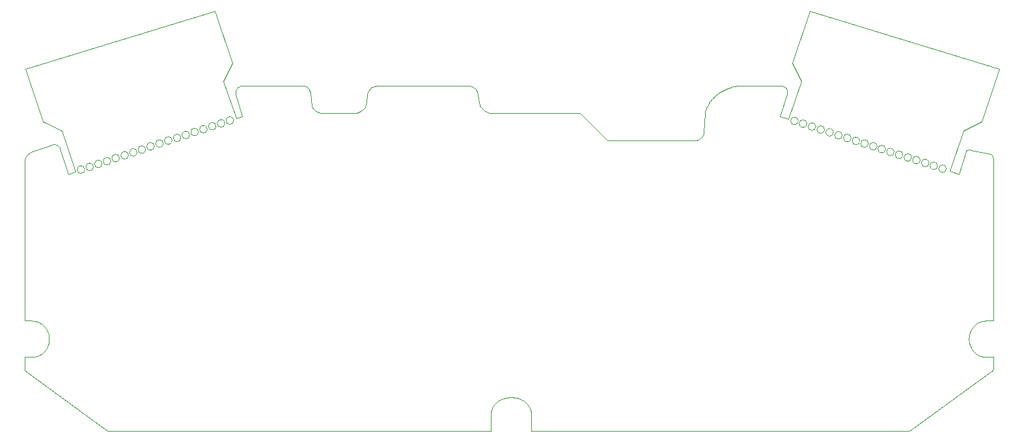
<source format=gm1>
G04 #@! TF.GenerationSoftware,KiCad,Pcbnew,(7.0.0-0)*
G04 #@! TF.CreationDate,2023-05-07T01:27:25-06:00*
G04 #@! TF.ProjectId,snes_controller_pcb,736e6573-5f63-46f6-9e74-726f6c6c6572,4a*
G04 #@! TF.SameCoordinates,Original*
G04 #@! TF.FileFunction,Profile,NP*
%FSLAX46Y46*%
G04 Gerber Fmt 4.6, Leading zero omitted, Abs format (unit mm)*
G04 Created by KiCad (PCBNEW (7.0.0-0)) date 2023-05-07 01:27:25*
%MOMM*%
%LPD*%
G01*
G04 APERTURE LIST*
G04 #@! TA.AperFunction,Profile*
%ADD10C,0.100000*%
G04 #@! TD*
G04 APERTURE END LIST*
D10*
X174400000Y-84800000D02*
G75*
G03*
X174400000Y-84800000I-500000J0D01*
G01*
X100970000Y-84750000D02*
G75*
G03*
X100970000Y-84750000I-500000J0D01*
G01*
X91820000Y-87760000D02*
G75*
G03*
X91820000Y-87760000I-500000J0D01*
G01*
X82740000Y-90790000D02*
G75*
G03*
X82740000Y-90790000I-500000J0D01*
G01*
X88410000Y-88910000D02*
G75*
G03*
X88410000Y-88910000I-500000J0D01*
G01*
X81610000Y-91140000D02*
G75*
G03*
X81610000Y-91140000I-500000J0D01*
G01*
X95240000Y-86640000D02*
G75*
G03*
X95240000Y-86640000I-500000J0D01*
G01*
X94110000Y-87020000D02*
G75*
G03*
X94110000Y-87020000I-500000J0D01*
G01*
X183510000Y-87760000D02*
G75*
G03*
X183510000Y-87760000I-500000J0D01*
G01*
X178980000Y-86290000D02*
G75*
G03*
X178980000Y-86290000I-500000J0D01*
G01*
X188010000Y-89220000D02*
G75*
G03*
X188010000Y-89220000I-500000J0D01*
G01*
X184650000Y-88120000D02*
G75*
G03*
X184650000Y-88120000I-500000J0D01*
G01*
X97530000Y-85890000D02*
G75*
G03*
X97530000Y-85890000I-500000J0D01*
G01*
X190260000Y-89920000D02*
G75*
G03*
X190260000Y-89920000I-500000J0D01*
G01*
X92960000Y-87370000D02*
G75*
G03*
X92960000Y-87370000I-500000J0D01*
G01*
X191420000Y-90290000D02*
G75*
G03*
X191420000Y-90290000I-500000J0D01*
G01*
X192520000Y-90660000D02*
G75*
G03*
X192520000Y-90660000I-500000J0D01*
G01*
X182400000Y-87410000D02*
G75*
G03*
X182400000Y-87410000I-500000J0D01*
G01*
X181270000Y-87040000D02*
G75*
G03*
X181270000Y-87040000I-500000J0D01*
G01*
X177820000Y-85940000D02*
G75*
G03*
X177820000Y-85940000I-500000J0D01*
G01*
X98690000Y-85500000D02*
G75*
G03*
X98690000Y-85500000I-500000J0D01*
G01*
X90660000Y-88130000D02*
G75*
G03*
X90660000Y-88130000I-500000J0D01*
G01*
X193660000Y-91030000D02*
G75*
G03*
X193660000Y-91030000I-500000J0D01*
G01*
X84990000Y-90060000D02*
G75*
G03*
X84990000Y-90060000I-500000J0D01*
G01*
X99830000Y-85130000D02*
G75*
G03*
X99830000Y-85130000I-500000J0D01*
G01*
X175520000Y-85170000D02*
G75*
G03*
X175520000Y-85170000I-500000J0D01*
G01*
X89530000Y-88540000D02*
G75*
G03*
X89530000Y-88540000I-500000J0D01*
G01*
X185760000Y-88480000D02*
G75*
G03*
X185760000Y-88480000I-500000J0D01*
G01*
X186880000Y-88840000D02*
G75*
G03*
X186880000Y-88840000I-500000J0D01*
G01*
X180130000Y-86680000D02*
G75*
G03*
X180130000Y-86680000I-500000J0D01*
G01*
X189140000Y-89570000D02*
G75*
G03*
X189140000Y-89570000I-500000J0D01*
G01*
X96380000Y-86260000D02*
G75*
G03*
X96380000Y-86260000I-500000J0D01*
G01*
X83860000Y-90410000D02*
G75*
G03*
X83860000Y-90410000I-500000J0D01*
G01*
X87290000Y-89280000D02*
G75*
G03*
X87290000Y-89280000I-500000J0D01*
G01*
X176680000Y-85540000D02*
G75*
G03*
X176680000Y-85540000I-500000J0D01*
G01*
X86120000Y-89660000D02*
G75*
G03*
X86120000Y-89660000I-500000J0D01*
G01*
X73800401Y-89982160D02*
X73800457Y-90085268D01*
X73800457Y-90085268D02*
X73800457Y-110841011D01*
X73800457Y-110841011D02*
X74713067Y-110841011D01*
X73800457Y-115572548D02*
X73800457Y-117287575D01*
X73800457Y-117287575D02*
X84568254Y-125211307D01*
X73808346Y-89882888D02*
X73800401Y-89982160D01*
X73824002Y-89787533D02*
X73808346Y-89882888D01*
X73847081Y-89696066D02*
X73824002Y-89787533D01*
X73877297Y-89608516D02*
X73847081Y-89696066D01*
X73881000Y-78070000D02*
X76181000Y-84870000D01*
X73914360Y-89524934D02*
X73877297Y-89608516D01*
X73957981Y-89445374D02*
X73914360Y-89524934D01*
X74007879Y-89369809D02*
X73957981Y-89445374D01*
X74063759Y-89298266D02*
X74007879Y-89369809D01*
X74125338Y-89230824D02*
X74063759Y-89298266D01*
X74192325Y-89167482D02*
X74125338Y-89230824D01*
X74264435Y-89108269D02*
X74192325Y-89167482D01*
X74341378Y-89053209D02*
X74264435Y-89108269D01*
X74422870Y-89002330D02*
X74341378Y-89053209D01*
X74508618Y-88955657D02*
X74422870Y-89002330D01*
X74598344Y-88913245D02*
X74508618Y-88955657D01*
X74713067Y-110841011D02*
X74828822Y-110844186D01*
X74713067Y-115572548D02*
X73800457Y-115572548D01*
X74828822Y-110844186D02*
X74943069Y-110853181D01*
X74828822Y-115569373D02*
X74713067Y-115572548D01*
X74943069Y-110853181D02*
X75055649Y-110868263D01*
X74943069Y-115560378D02*
X74828822Y-115569373D01*
X75055649Y-110868263D02*
X75166430Y-110889165D01*
X75055649Y-115545296D02*
X74943069Y-115560378D01*
X75166430Y-110889165D02*
X75275253Y-110915623D01*
X75166430Y-115524394D02*
X75055649Y-115545296D01*
X75275253Y-110915623D02*
X75382012Y-110947373D01*
X75275253Y-115498201D02*
X75166430Y-115524394D01*
X75382012Y-110947373D02*
X75486522Y-110984679D01*
X75382012Y-115466186D02*
X75275253Y-115498201D01*
X75486522Y-110984679D02*
X75588678Y-111027012D01*
X75486522Y-115428880D02*
X75382012Y-115466186D01*
X75588678Y-111027012D02*
X75688320Y-111074373D01*
X75588678Y-115386546D02*
X75486522Y-115428880D01*
X75688320Y-111074373D02*
X75785316Y-111126496D01*
X75688320Y-115339186D02*
X75588678Y-115386546D01*
X75785316Y-111126496D02*
X75879534Y-111183646D01*
X75785316Y-115287063D02*
X75688320Y-115339186D01*
X75879534Y-111183646D02*
X75970789Y-111245029D01*
X75879534Y-115230178D02*
X75785316Y-115287063D01*
X75970789Y-111245029D02*
X76058974Y-111311175D01*
X75970789Y-115168530D02*
X75879534Y-115230178D01*
X76058974Y-111311175D02*
X76143958Y-111381289D01*
X76058974Y-115102649D02*
X75970789Y-115168530D01*
X76143958Y-111381289D02*
X76225582Y-111455637D01*
X76143958Y-115032270D02*
X76058974Y-115102649D01*
X76181000Y-84870000D02*
X78581000Y-86070000D01*
X76225582Y-111455637D02*
X76303713Y-111533953D01*
X76225582Y-114957922D02*
X76143958Y-115032270D01*
X76303713Y-111533953D02*
X76378194Y-111616239D01*
X76303713Y-114879605D02*
X76225582Y-114957922D01*
X76378194Y-111616239D02*
X76448890Y-111701964D01*
X76378194Y-114797585D02*
X76303713Y-114879605D01*
X76448890Y-111701964D02*
X76515671Y-111791393D01*
X76448890Y-114711595D02*
X76378194Y-114797585D01*
X76515671Y-111791393D02*
X76578377Y-111884261D01*
X76515671Y-114622166D02*
X76448890Y-114711595D01*
X76578377Y-111884261D02*
X76636876Y-111980040D01*
X76578377Y-114529562D02*
X76515671Y-114622166D01*
X76636876Y-111980040D02*
X76691036Y-112079259D01*
X76636876Y-114433519D02*
X76578377Y-114529562D01*
X76691036Y-112079259D02*
X76740725Y-112181123D01*
X76691036Y-114334564D02*
X76636876Y-114433519D01*
X76740725Y-112181123D02*
X76785757Y-112285898D01*
X76740725Y-114232435D02*
X76691036Y-114334564D01*
X76785757Y-112285898D02*
X76826053Y-112393319D01*
X76785757Y-114127661D02*
X76740725Y-114232435D01*
X76826053Y-112393319D02*
X76861401Y-112503386D01*
X76826053Y-114020240D02*
X76785757Y-114127661D01*
X76861401Y-112503386D02*
X76891723Y-112615569D01*
X76861401Y-113910173D02*
X76826053Y-114020240D01*
X76891723Y-112615569D02*
X76916832Y-112730133D01*
X76891723Y-113797990D02*
X76861401Y-113910173D01*
X76916832Y-112730133D02*
X76936622Y-112846550D01*
X76916832Y-113683690D02*
X76891723Y-113797990D01*
X76936622Y-112846550D02*
X76950910Y-112964818D01*
X76936622Y-113567009D02*
X76916832Y-113683690D01*
X76950910Y-112964818D02*
X76959615Y-113085204D01*
X76950910Y-113448741D02*
X76936622Y-113567009D01*
X76959615Y-113085204D02*
X76962525Y-113206912D01*
X76959615Y-113328620D02*
X76950910Y-113448741D01*
X76962525Y-113206912D02*
X76959615Y-113328620D01*
X77380593Y-87911242D02*
X74598344Y-88913245D01*
X77469069Y-87892880D02*
X77380593Y-87911242D01*
X77585909Y-87878513D02*
X77469069Y-87892880D01*
X77652134Y-87875788D02*
X77585909Y-87878513D01*
X77722064Y-87877640D02*
X77652134Y-87875788D01*
X77794533Y-87885234D02*
X77722064Y-87877640D01*
X77868431Y-87899759D02*
X77794533Y-87885234D01*
X77942593Y-87922408D02*
X77868431Y-87899759D01*
X78015909Y-87954369D02*
X77942593Y-87922408D01*
X78087241Y-87996808D02*
X78015909Y-87954369D01*
X78155450Y-88050916D02*
X78087241Y-87996808D01*
X78219400Y-88117882D02*
X78155450Y-88050916D01*
X78277952Y-88198923D02*
X78219400Y-88117882D01*
X78329969Y-88295179D02*
X78277952Y-88198923D01*
X78374340Y-88407838D02*
X78329969Y-88295179D01*
X78581000Y-86070000D02*
X80386000Y-91400000D01*
X79446000Y-91710000D02*
X78374340Y-88407838D01*
X80386000Y-91400000D02*
X79446000Y-91710000D01*
X84568254Y-125211307D02*
X134413205Y-125210778D01*
X98531000Y-70470000D02*
X73881000Y-78070000D01*
X98531000Y-70470000D02*
X100831000Y-77270000D01*
X99631000Y-79670000D02*
X100831000Y-77270000D01*
X99631000Y-79670000D02*
X101296000Y-84480000D01*
X101205657Y-81156147D02*
X101214917Y-81260869D01*
X101206186Y-81052193D02*
X101205657Y-81156147D01*
X101214917Y-81260869D02*
X101234496Y-81365380D01*
X101217563Y-80949958D02*
X101206186Y-81052193D01*
X101234496Y-81365380D02*
X102066000Y-84230000D01*
X101239523Y-80850448D02*
X101217563Y-80949958D01*
X101272861Y-80754616D02*
X101239523Y-80850448D01*
X101317311Y-80663414D02*
X101272861Y-80754616D01*
X101373932Y-80577795D02*
X101317311Y-80663414D01*
X101442459Y-80498749D02*
X101373932Y-80577795D01*
X101523156Y-80427234D02*
X101442459Y-80498749D01*
X101616819Y-80364221D02*
X101523156Y-80427234D01*
X101723446Y-80310670D02*
X101616819Y-80364221D01*
X101843302Y-80267551D02*
X101723446Y-80310670D01*
X101976652Y-80235824D02*
X101843302Y-80267551D01*
X102066000Y-84230000D02*
X101296000Y-84480000D01*
X102124289Y-80216460D02*
X101976652Y-80235824D01*
X102285949Y-80210422D02*
X102124289Y-80216460D01*
X102285949Y-80210422D02*
X102285949Y-80210422D01*
X109917052Y-80210422D02*
X102285949Y-80210422D01*
X110008862Y-80219939D02*
X109917052Y-80210422D01*
X110098556Y-80234443D02*
X110008862Y-80219939D01*
X110185604Y-80254493D02*
X110098556Y-80234443D01*
X110269741Y-80280640D02*
X110185604Y-80254493D01*
X110350704Y-80313435D02*
X110269741Y-80280640D01*
X110428756Y-80353434D02*
X110350704Y-80313435D01*
X110502839Y-80401191D02*
X110428756Y-80353434D01*
X110573218Y-80457257D02*
X110502839Y-80401191D01*
X110639628Y-80522180D02*
X110573218Y-80457257D01*
X110701541Y-80596528D02*
X110639628Y-80522180D01*
X110758955Y-80680850D02*
X110701541Y-80596528D01*
X110811343Y-80775677D02*
X110758955Y-80680850D01*
X110858703Y-80881590D02*
X110811343Y-80775677D01*
X110900772Y-80999144D02*
X110858703Y-80881590D01*
X110937020Y-81128869D02*
X110900772Y-80999144D01*
X110967711Y-81271347D02*
X110937020Y-81128869D01*
X111118524Y-82846436D02*
X110967711Y-81271347D01*
X111151067Y-82922424D02*
X111118524Y-82846436D01*
X111189167Y-82999391D02*
X111151067Y-82922424D01*
X111233088Y-83076649D02*
X111189167Y-82999391D01*
X111282830Y-83153405D02*
X111233088Y-83076649D01*
X111338657Y-83228943D02*
X111282830Y-83153405D01*
X111400834Y-83302524D02*
X111338657Y-83228943D01*
X111469625Y-83373432D02*
X111400834Y-83302524D01*
X111544767Y-83440901D02*
X111469625Y-83373432D01*
X111626787Y-83504189D02*
X111544767Y-83440901D01*
X111715952Y-83562556D02*
X111626787Y-83504189D01*
X111811996Y-83615288D02*
X111715952Y-83562556D01*
X111915183Y-83661642D02*
X111811996Y-83615288D01*
X112025779Y-83700854D02*
X111915183Y-83661642D01*
X112144312Y-83732207D02*
X112025779Y-83700854D01*
X112270253Y-83754934D02*
X112144312Y-83732207D01*
X112404132Y-83768349D02*
X112270253Y-83754934D01*
X117007083Y-83772979D02*
X112404132Y-83768349D01*
X117178003Y-83696991D02*
X117007083Y-83772979D01*
X117346278Y-83616875D02*
X117178003Y-83696991D01*
X117508732Y-83527949D02*
X117346278Y-83616875D01*
X117586784Y-83478736D02*
X117508732Y-83527949D01*
X117662190Y-83425529D02*
X117586784Y-83478736D01*
X117734421Y-83367797D02*
X117662190Y-83425529D01*
X117803478Y-83304932D02*
X117734421Y-83367797D01*
X117868830Y-83236325D02*
X117803478Y-83304932D01*
X117929684Y-83161422D02*
X117868830Y-83236325D01*
X117986304Y-83079613D02*
X117929684Y-83161422D01*
X118037634Y-82990343D02*
X117986304Y-83079613D01*
X118083936Y-82893002D02*
X118037634Y-82990343D01*
X118124417Y-82787010D02*
X118083936Y-82893002D01*
X118289252Y-81550905D02*
X118124417Y-82787010D01*
X118311212Y-81438828D02*
X118289252Y-81550905D01*
X118336348Y-81333312D02*
X118311212Y-81438828D01*
X118364658Y-81234226D02*
X118336348Y-81333312D01*
X118395879Y-81141304D02*
X118364658Y-81234226D01*
X118429746Y-81054362D02*
X118395879Y-81141304D01*
X118466523Y-80973188D02*
X118429746Y-81054362D01*
X118505681Y-80897597D02*
X118466523Y-80973188D01*
X118547750Y-80827350D02*
X118505681Y-80897597D01*
X118591935Y-80762236D02*
X118547750Y-80827350D01*
X118638766Y-80702096D02*
X118591935Y-80762236D01*
X118687449Y-80646666D02*
X118638766Y-80702096D01*
X118738514Y-80595787D02*
X118687449Y-80646666D01*
X118791695Y-80549220D02*
X118738514Y-80595787D01*
X118846728Y-80506765D02*
X118791695Y-80549220D01*
X118903614Y-80468221D02*
X118846728Y-80506765D01*
X118962351Y-80433378D02*
X118903614Y-80468221D01*
X119084588Y-80373969D02*
X118962351Y-80433378D01*
X119212382Y-80326883D02*
X119084588Y-80373969D01*
X119345467Y-80290463D02*
X119212382Y-80326883D01*
X119482786Y-80263055D02*
X119345467Y-80290463D01*
X119623544Y-80243003D02*
X119482786Y-80263055D01*
X119767213Y-80228652D02*
X119623544Y-80243003D01*
X120059048Y-80210424D02*
X119767213Y-80228652D01*
X131478450Y-80210424D02*
X120059048Y-80210424D01*
X131590898Y-80214576D02*
X131478450Y-80210424D01*
X131699112Y-80228675D02*
X131590898Y-80214576D01*
X131803358Y-80251898D02*
X131699112Y-80228675D01*
X131902841Y-80283423D02*
X131803358Y-80251898D01*
X131997826Y-80322430D02*
X131902841Y-80283423D01*
X132087785Y-80368097D02*
X131997826Y-80322430D01*
X132172451Y-80419604D02*
X132087785Y-80368097D01*
X132251561Y-80476127D02*
X132172451Y-80419604D01*
X132324851Y-80536838D02*
X132251561Y-80476127D01*
X132392055Y-80600946D02*
X132324851Y-80536838D01*
X132453174Y-80667595D02*
X132392055Y-80600946D01*
X132507678Y-80735963D02*
X132453174Y-80667595D01*
X132555038Y-80805257D02*
X132507678Y-80735963D01*
X132595519Y-80874631D02*
X132555038Y-80805257D01*
X132628592Y-80943290D02*
X132595519Y-80874631D01*
X132654257Y-81010362D02*
X132628592Y-80943290D01*
X132959056Y-82749281D02*
X132654257Y-81010362D01*
X133086056Y-82928906D02*
X132959056Y-82749281D01*
X133219406Y-83094826D02*
X133086056Y-82928906D01*
X133359106Y-83246141D02*
X133219406Y-83094826D01*
X133431602Y-83316018D02*
X133359106Y-83246141D01*
X133505949Y-83381899D02*
X133431602Y-83316018D01*
X133582149Y-83443653D02*
X133505949Y-83381899D01*
X133659937Y-83501173D02*
X133582149Y-83443653D01*
X133740105Y-83554328D02*
X133659937Y-83501173D01*
X133821862Y-83603011D02*
X133740105Y-83554328D01*
X133905999Y-83647117D02*
X133821862Y-83603011D01*
X133991988Y-83686540D02*
X133905999Y-83647117D01*
X134080359Y-83721121D02*
X133991988Y-83686540D01*
X134170847Y-83750781D02*
X134080359Y-83721121D01*
X134413205Y-123057337D02*
X134416644Y-122941714D01*
X134413205Y-125210778D02*
X134413205Y-123057337D01*
X134416644Y-122941714D02*
X134426698Y-122827414D01*
X134426698Y-122827414D02*
X134443367Y-122714702D01*
X134443367Y-122714702D02*
X134466650Y-122604106D01*
X134466650Y-122604106D02*
X134496019Y-122495098D01*
X134496019Y-122495098D02*
X134531209Y-122388471D01*
X134531209Y-122388471D02*
X134572484Y-122283961D01*
X134572484Y-122283961D02*
X134619579Y-122181832D01*
X134619579Y-122181832D02*
X134672231Y-122082084D01*
X134672231Y-122082084D02*
X134730175Y-121984982D01*
X134730175Y-121984982D02*
X134793410Y-121890790D01*
X134793410Y-121890790D02*
X134861673Y-121799509D01*
X134861673Y-121799509D02*
X134934962Y-121711403D01*
X134934962Y-121711403D02*
X135013014Y-121626472D01*
X135013014Y-121626472D02*
X135095564Y-121544716D01*
X135095564Y-121544716D02*
X135182347Y-121466664D01*
X135182347Y-121466664D02*
X135273629Y-121392316D01*
X135273629Y-121392316D02*
X135368878Y-121321408D01*
X135368878Y-121321408D02*
X135468097Y-121254733D01*
X135468097Y-121254733D02*
X135571020Y-121192027D01*
X135571020Y-121192027D02*
X135677647Y-121133554D01*
X135677647Y-121133554D02*
X135787713Y-121079314D01*
X135787713Y-121079314D02*
X135900955Y-121029573D01*
X135900955Y-121029573D02*
X136017107Y-120984594D01*
X136017107Y-120984594D02*
X136136434Y-120944377D01*
X136136434Y-120944377D02*
X136258406Y-120908923D01*
X136258406Y-120908923D02*
X136383025Y-120878760D01*
X136383025Y-120878760D02*
X136510289Y-120853625D01*
X136510289Y-120853625D02*
X136639406Y-120833781D01*
X136639406Y-120833781D02*
X136770904Y-120819494D01*
X136770904Y-120819494D02*
X136904254Y-120810763D01*
X136904254Y-120810763D02*
X137039455Y-120807852D01*
X137039455Y-120807852D02*
X137174657Y-120810763D01*
X137174657Y-120810763D02*
X137308007Y-120819494D01*
X137308007Y-120819494D02*
X137439240Y-120833781D01*
X137439240Y-120833781D02*
X137568621Y-120853625D01*
X137568621Y-120853625D02*
X137695621Y-120878760D01*
X137695621Y-120878760D02*
X137820240Y-120908923D01*
X137820240Y-120908923D02*
X137942213Y-120944377D01*
X137942213Y-120944377D02*
X138061540Y-120984594D01*
X138061540Y-120984594D02*
X138177956Y-121029573D01*
X138177956Y-121029573D02*
X138290933Y-121079314D01*
X138290933Y-121079314D02*
X138401000Y-121133554D01*
X138401000Y-121133554D02*
X138507627Y-121192027D01*
X138507627Y-121192027D02*
X138610549Y-121254733D01*
X138610549Y-121254733D02*
X138709768Y-121321408D01*
X138709768Y-121321408D02*
X138805018Y-121392316D01*
X138805018Y-121392316D02*
X138896034Y-121466664D01*
X138896034Y-121466664D02*
X138983082Y-121544716D01*
X138983082Y-121544716D02*
X139065632Y-121626472D01*
X139065632Y-121626472D02*
X139143419Y-121711403D01*
X139143419Y-121711403D02*
X139216709Y-121799509D01*
X139216709Y-121799509D02*
X139284971Y-121890790D01*
X139284971Y-121890790D02*
X139348207Y-121984982D01*
X139348207Y-121984982D02*
X139406150Y-122082084D01*
X139406150Y-122082084D02*
X139458802Y-122181832D01*
X139458802Y-122181832D02*
X139505898Y-122283961D01*
X139505898Y-122283961D02*
X139547173Y-122388471D01*
X139547173Y-122388471D02*
X139582363Y-122495098D01*
X139582363Y-122495098D02*
X139611731Y-122604106D01*
X139611731Y-122604106D02*
X139634750Y-122714702D01*
X139634750Y-122714702D02*
X139651419Y-122827414D01*
X139651419Y-122827414D02*
X139661738Y-122941714D01*
X139661738Y-122941714D02*
X139665177Y-123057337D01*
X139665177Y-123057337D02*
X139665177Y-125210778D01*
X139665177Y-125210778D02*
X188896665Y-125210249D01*
X146048242Y-83778668D02*
X134170847Y-83750781D01*
X149612704Y-87314370D02*
X146048242Y-83778668D01*
X161212023Y-87309713D02*
X149612704Y-87314370D01*
X161336377Y-87272777D02*
X161212023Y-87309713D01*
X161447237Y-87231052D02*
X161336377Y-87272777D01*
X161545397Y-87184856D02*
X161447237Y-87231052D01*
X161631916Y-87134585D02*
X161545397Y-87184856D01*
X161707851Y-87080505D02*
X161631916Y-87134585D01*
X161773997Y-87022958D02*
X161707851Y-87080505D01*
X161831147Y-86962315D02*
X161773997Y-87022958D01*
X161880624Y-86898868D02*
X161831147Y-86962315D01*
X161922957Y-86832961D02*
X161880624Y-86898868D01*
X161959205Y-86764910D02*
X161922957Y-86832961D01*
X161990426Y-86695087D02*
X161959205Y-86764910D01*
X162017678Y-86623781D02*
X161990426Y-86695087D01*
X162062922Y-86478076D02*
X162017678Y-86623781D01*
X162102874Y-86330465D02*
X162062922Y-86478076D01*
X162232255Y-83820525D02*
X162102874Y-86330465D01*
X162299459Y-83587692D02*
X162232255Y-83820525D01*
X162376453Y-83363722D02*
X162299459Y-83587692D01*
X162462707Y-83148510D02*
X162376453Y-83363722D01*
X162557957Y-82941977D02*
X162462707Y-83148510D01*
X162661673Y-82743989D02*
X162557957Y-82941977D01*
X162773063Y-82554416D02*
X162661673Y-82743989D01*
X162891860Y-82373176D02*
X162773063Y-82554416D01*
X163017537Y-82200112D02*
X162891860Y-82373176D01*
X163149564Y-82035145D02*
X163017537Y-82200112D01*
X163287412Y-81878141D02*
X163149564Y-82035145D01*
X163430551Y-81729022D02*
X163287412Y-81878141D01*
X163578189Y-81587629D02*
X163430551Y-81729022D01*
X163730588Y-81453856D02*
X163578189Y-81587629D01*
X163886428Y-81327597D02*
X163730588Y-81453856D01*
X164045707Y-81208773D02*
X163886428Y-81327597D01*
X164207632Y-81097198D02*
X164045707Y-81208773D01*
X164371938Y-80992820D02*
X164207632Y-81097198D01*
X164538096Y-80895507D02*
X164371938Y-80992820D01*
X164705312Y-80805125D02*
X164538096Y-80895507D01*
X164873322Y-80721570D02*
X164705312Y-80805125D01*
X165041597Y-80644761D02*
X164873322Y-80721570D01*
X165209607Y-80574541D02*
X165041597Y-80644761D01*
X165376824Y-80510795D02*
X165209607Y-80574541D01*
X165542717Y-80453439D02*
X165376824Y-80510795D01*
X165707023Y-80402342D02*
X165542717Y-80453439D01*
X165868684Y-80357395D02*
X165707023Y-80402342D01*
X166027698Y-80318480D02*
X165868684Y-80357395D01*
X166183537Y-80285484D02*
X166027698Y-80318480D01*
X166335408Y-80258295D02*
X166183537Y-80285484D01*
X166483045Y-80236798D02*
X166335408Y-80258295D01*
X166625656Y-80220878D02*
X166483045Y-80236798D01*
X166763239Y-80210422D02*
X166625656Y-80220878D01*
X171986000Y-84210249D02*
X172963212Y-81327147D01*
X172041405Y-80210422D02*
X166763239Y-80210422D01*
X172167876Y-80234147D02*
X172041405Y-80210422D01*
X172322921Y-80271657D02*
X172167876Y-80234147D01*
X172406265Y-80298599D02*
X172322921Y-80271657D01*
X172490932Y-80332609D02*
X172406265Y-80298599D01*
X172574804Y-80374897D02*
X172490932Y-80332609D01*
X172655767Y-80426668D02*
X172574804Y-80374897D01*
X172731967Y-80489128D02*
X172655767Y-80426668D01*
X172801287Y-80563481D02*
X172731967Y-80489128D01*
X172832773Y-80605497D02*
X172801287Y-80563481D01*
X172861877Y-80650953D02*
X172832773Y-80605497D01*
X172888335Y-80699980D02*
X172861877Y-80650953D01*
X172911619Y-80752738D02*
X172888335Y-80699980D01*
X172931991Y-80809385D02*
X172911619Y-80752738D01*
X172948925Y-80870027D02*
X172931991Y-80809385D01*
X172961889Y-80934877D02*
X172948925Y-80870027D01*
X172963212Y-81327147D02*
X172972473Y-81239121D01*
X172971150Y-81004065D02*
X172961889Y-80934877D01*
X172972473Y-81239121D02*
X172976441Y-81156041D01*
X172975912Y-81077725D02*
X172971150Y-81004065D01*
X172976441Y-81156041D02*
X172975912Y-81077725D01*
X173136000Y-84580000D02*
X171986000Y-84210249D01*
X174806000Y-79670000D02*
X173136000Y-84580000D01*
X174806000Y-79670000D02*
X173606000Y-77270000D01*
X175906000Y-70470000D02*
X173606000Y-77270000D01*
X175906000Y-70470000D02*
X200556000Y-78070000D01*
X188896665Y-125210249D02*
X199800395Y-117193648D01*
X195276000Y-91710249D02*
X194066000Y-91320000D01*
X195856000Y-86070000D02*
X194066000Y-91320000D01*
X196187250Y-88786642D02*
X195276000Y-91710249D01*
X196216618Y-88744652D02*
X196187250Y-88786642D01*
X196247575Y-88707875D02*
X196216618Y-88744652D01*
X196279854Y-88676020D02*
X196247575Y-88707875D01*
X196313456Y-88648820D02*
X196279854Y-88676020D01*
X196348381Y-88626040D02*
X196313456Y-88648820D01*
X196384629Y-88607360D02*
X196348381Y-88626040D01*
X196460299Y-88581352D02*
X196384629Y-88607360D01*
X196539674Y-88568705D02*
X196460299Y-88581352D01*
X196596824Y-113203737D02*
X196599999Y-113082029D01*
X196599999Y-113082029D02*
X196608466Y-112961908D01*
X196599999Y-113325445D02*
X196596824Y-113203737D01*
X196608466Y-112961908D02*
X196622753Y-112843375D01*
X196608466Y-113445566D02*
X196599999Y-113325445D01*
X196622489Y-88567302D02*
X196539674Y-88568705D01*
X196622753Y-112843375D02*
X196642597Y-112726958D01*
X196622753Y-113563834D02*
X196608466Y-113445566D01*
X196642597Y-112726958D02*
X196667732Y-112612394D01*
X196642597Y-113680515D02*
X196622753Y-113563834D01*
X196667732Y-112612394D02*
X196698159Y-112500211D01*
X196667732Y-113794815D02*
X196642597Y-113680515D01*
X196698159Y-112500211D02*
X196733349Y-112390409D01*
X196698159Y-113907263D02*
X196667732Y-113794815D01*
X196707949Y-88575028D02*
X196622489Y-88567302D01*
X196733349Y-112390409D02*
X196773830Y-112282988D01*
X196733349Y-114017065D02*
X196698159Y-113907263D01*
X196773830Y-112282988D02*
X196818809Y-112177948D01*
X196773830Y-114124486D02*
X196733349Y-114017065D01*
X196795261Y-88589739D02*
X196707949Y-88575028D01*
X196818809Y-112177948D02*
X196868551Y-112076084D01*
X196818809Y-114229260D02*
X196773830Y-114124486D01*
X196868551Y-112076084D02*
X196922526Y-111976865D01*
X196868551Y-114331389D02*
X196818809Y-114229260D01*
X196922526Y-111976865D02*
X196980999Y-111881086D01*
X196922526Y-114430344D02*
X196868551Y-114331389D01*
X196980999Y-111881086D02*
X197043705Y-111788218D01*
X196980999Y-114526387D02*
X196922526Y-114430344D01*
X197043705Y-111788218D02*
X197110644Y-111698789D01*
X197043705Y-114619256D02*
X196980999Y-114526387D01*
X197110644Y-111698789D02*
X197181288Y-111613064D01*
X197110644Y-114708420D02*
X197043705Y-114619256D01*
X197181288Y-111613064D02*
X197255900Y-111530778D01*
X197181288Y-114794410D02*
X197110644Y-114708420D01*
X197255900Y-111530778D02*
X197333952Y-111452462D01*
X197255900Y-114876430D02*
X197181288Y-114794410D01*
X197333952Y-111452462D02*
X197415444Y-111378114D01*
X197333952Y-114954747D02*
X197255900Y-114876430D01*
X197415444Y-111378114D02*
X197500375Y-111308000D01*
X197415444Y-115029095D02*
X197333952Y-114954747D01*
X197500375Y-111308000D02*
X197588746Y-111242118D01*
X197500375Y-115099474D02*
X197415444Y-115029095D01*
X197588746Y-111242118D02*
X197680027Y-111180471D01*
X197588746Y-115165355D02*
X197500375Y-115099474D01*
X197680027Y-111180471D02*
X197774219Y-111123585D01*
X197680027Y-115227003D02*
X197588746Y-115165355D01*
X197774219Y-111123585D02*
X197871056Y-111071198D01*
X197774219Y-115283888D02*
X197680027Y-115227003D01*
X197871056Y-111071198D02*
X197970804Y-111023837D01*
X197871056Y-115336011D02*
X197774219Y-115283888D01*
X197970804Y-111023837D02*
X198072933Y-110981504D01*
X197970804Y-115383636D02*
X197871056Y-115336011D01*
X198072933Y-110981504D02*
X198177443Y-110944198D01*
X198072933Y-115425969D02*
X197970804Y-115383636D01*
X198177443Y-110944198D02*
X198284335Y-110912448D01*
X198177443Y-115463011D02*
X198072933Y-115425969D01*
X198256000Y-84870000D02*
X195856000Y-86070000D01*
X198284335Y-110912448D02*
X198393078Y-110885990D01*
X198284335Y-115495026D02*
X198177443Y-115463011D01*
X198393078Y-110885990D02*
X198503938Y-110865088D01*
X198393078Y-115521484D02*
X198284335Y-115495026D01*
X198503938Y-110865088D02*
X198616386Y-110850271D01*
X198503938Y-115542121D02*
X198393078Y-115521484D01*
X198616386Y-110850271D02*
X198730686Y-110841011D01*
X198616386Y-115557203D02*
X198503938Y-115542121D01*
X198730686Y-110841011D02*
X198846309Y-110837836D01*
X198730686Y-115566463D02*
X198616386Y-115557203D01*
X198846309Y-110837836D02*
X199800395Y-110837836D01*
X198846309Y-115569373D02*
X198730686Y-115566463D01*
X199430773Y-89095648D02*
X196795261Y-88589739D01*
X199482631Y-89145919D02*
X199430773Y-89095648D01*
X199529727Y-89200026D02*
X199482631Y-89145919D01*
X199572589Y-89258023D02*
X199529727Y-89200026D01*
X199611218Y-89319935D02*
X199572589Y-89258023D01*
X199645614Y-89385790D02*
X199611218Y-89319935D01*
X199676306Y-89455666D02*
X199645614Y-89385790D01*
X199703293Y-89529591D02*
X199676306Y-89455666D01*
X199726576Y-89607590D02*
X199703293Y-89529591D01*
X199746420Y-89689716D02*
X199726576Y-89607590D01*
X199762824Y-89775997D02*
X199746420Y-89689716D01*
X199786372Y-89961231D02*
X199762824Y-89775997D01*
X199798543Y-90163611D02*
X199786372Y-89961231D01*
X199800395Y-90383427D02*
X199798543Y-90163611D01*
X199800395Y-110837836D02*
X199800395Y-90383427D01*
X199800395Y-115569373D02*
X198846309Y-115569373D01*
X199800395Y-117193648D02*
X199800395Y-115569373D01*
X200556000Y-78070000D02*
X198256000Y-84870000D01*
M02*

</source>
